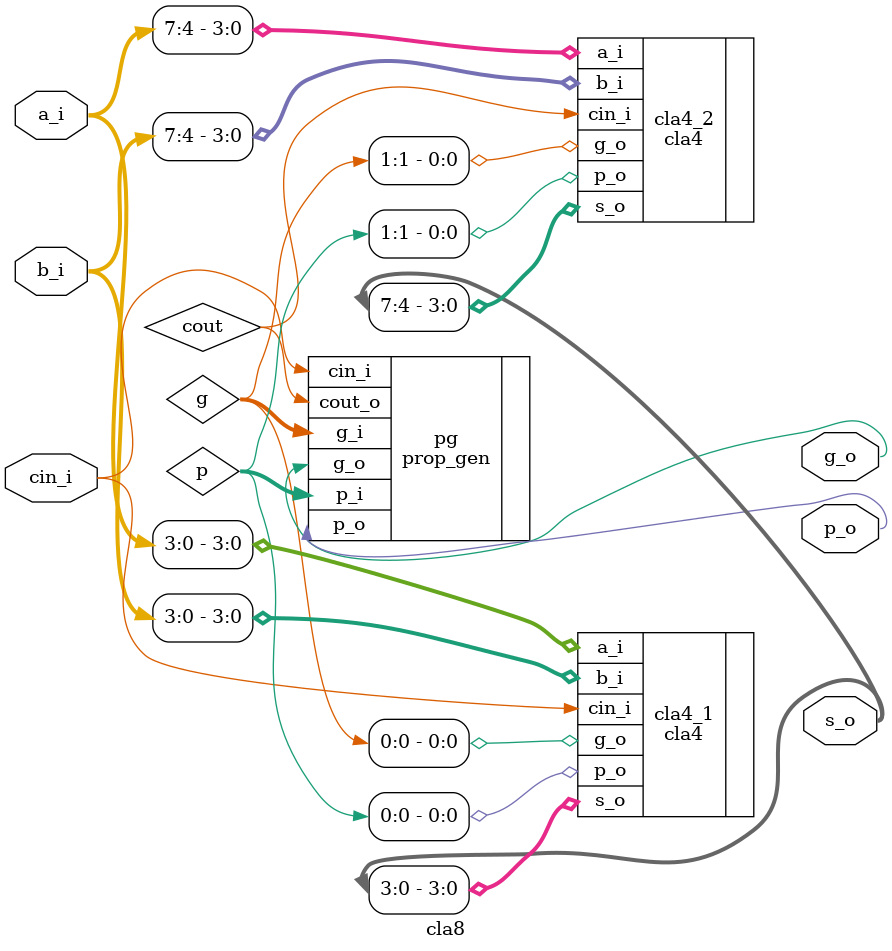
<source format=v>
module cla8
(
input [7:0] a_i,
input [7:0] b_i,
input cin_i,
output p_o,
output g_o,
output [7:0] s_o
);

wire [1:0] p,g;
wire cout;

cla4 cla4_1 
(
.a_i    (a_i[3:0]),
.b_i    (b_i[3:0]),
.cin_i  (cin_i),
.p_o    (p[0]),
.g_o    (g[0]),
.s_o    (s_o[3:0])
);

cla4 cla4_2 
(
.a_i    (a_i[7:4]),
.b_i    (b_i[7:4]),
.cin_i  (cout),
.p_o    (p[1]),
.g_o    (g[1]),
.s_o    (s_o[7:4])
);

prop_gen pg
(
.cin_i  (cin_i),
.p_i    (p),
.g_i    (g),
.cout_o (cout),
.p_o    (p_o),
.g_o    (g_o)
);

endmodule


</source>
